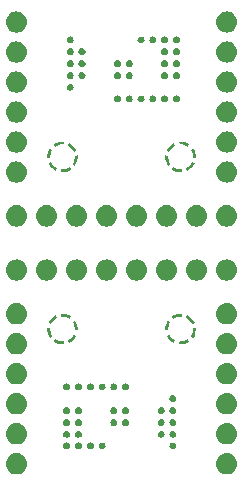
<source format=gtp>
G75*
%FSLAX44Y44*%
%MOMM*%

G36*
X-40500Y171900D2*
X-40736Y173068D1*
X-41379Y174021D1*
X-42332Y174664D1*
X-43500Y174900D1*
X-44668Y174664D1*
X-45621Y174021D1*
X-46264Y173068D1*
X-46500Y171900D1*
X-46264Y170732D1*
X-45621Y169779D1*
X-44668Y169136D1*
X-43500Y168900D1*
X-42332Y169136D1*
X-41379Y169779D1*
X-40736Y170732D1*
X-40500Y171900D1*
G37*

G36*
X-40500Y161900D2*
X-40736Y163068D1*
X-41379Y164021D1*
X-42332Y164664D1*
X-43500Y164900D1*
X-44668Y164664D1*
X-45621Y164021D1*
X-46264Y163068D1*
X-46500Y161900D1*
X-46264Y160732D1*
X-45621Y159779D1*
X-44668Y159136D1*
X-43500Y158900D1*
X-42332Y159136D1*
X-41379Y159779D1*
X-40736Y160732D1*
X-40500Y161900D1*
G37*

G36*
X-40500Y151900D2*
X-40736Y153068D1*
X-41379Y154021D1*
X-42332Y154664D1*
X-43500Y154900D1*
X-44668Y154664D1*
X-45621Y154021D1*
X-46264Y153068D1*
X-46500Y151900D1*
X-46264Y150732D1*
X-45621Y149779D1*
X-44668Y149136D1*
X-43500Y148900D1*
X-42332Y149136D1*
X-41379Y149779D1*
X-40736Y150732D1*
X-40500Y151900D1*
G37*

G36*
X-40500Y141900D2*
X-40736Y143068D1*
X-41379Y144021D1*
X-42332Y144664D1*
X-43500Y144900D1*
X-44668Y144664D1*
X-45621Y144021D1*
X-46264Y143068D1*
X-46500Y141900D1*
X-46264Y140732D1*
X-45621Y139779D1*
X-44668Y139136D1*
X-43500Y138900D1*
X-42332Y139136D1*
X-41379Y139779D1*
X-40736Y140732D1*
X-40500Y141900D1*
G37*

G36*
X-40500Y131900D2*
X-40736Y133068D1*
X-41379Y134021D1*
X-42332Y134664D1*
X-43500Y134900D1*
X-44668Y134664D1*
X-45621Y134021D1*
X-46264Y133068D1*
X-46500Y131900D1*
X-46264Y130732D1*
X-45621Y129779D1*
X-44668Y129136D1*
X-43500Y128900D1*
X-42332Y129136D1*
X-41379Y129779D1*
X-40736Y130732D1*
X-40500Y131900D1*
G37*

G36*
X-30500Y161900D2*
X-30736Y163068D1*
X-31379Y164021D1*
X-32332Y164664D1*
X-33500Y164900D1*
X-34668Y164664D1*
X-35621Y164021D1*
X-36264Y163068D1*
X-36500Y161900D1*
X-36264Y160732D1*
X-35621Y159779D1*
X-34668Y159136D1*
X-33500Y158900D1*
X-32332Y159136D1*
X-31379Y159779D1*
X-30736Y160732D1*
X-30500Y161900D1*
G37*

G36*
X-30500Y151900D2*
X-30736Y153068D1*
X-31379Y154021D1*
X-32332Y154664D1*
X-33500Y154900D1*
X-34668Y154664D1*
X-35621Y154021D1*
X-36264Y153068D1*
X-36500Y151900D1*
X-36264Y150732D1*
X-35621Y149779D1*
X-34668Y149136D1*
X-33500Y148900D1*
X-32332Y149136D1*
X-31379Y149779D1*
X-30736Y150732D1*
X-30500Y151900D1*
G37*

G36*
X-30500Y141900D2*
X-30736Y143068D1*
X-31379Y144021D1*
X-32332Y144664D1*
X-33500Y144900D1*
X-34668Y144664D1*
X-35621Y144021D1*
X-36264Y143068D1*
X-36500Y141900D1*
X-36264Y140732D1*
X-35621Y139779D1*
X-34668Y139136D1*
X-33500Y138900D1*
X-32332Y139136D1*
X-31379Y139779D1*
X-30736Y140732D1*
X-30500Y141900D1*
G37*

G36*
X-500Y121900D2*
X-736Y123068D1*
X-1379Y124021D1*
X-2332Y124664D1*
X-3500Y124900D1*
X-4668Y124664D1*
X-5621Y124021D1*
X-6264Y123068D1*
X-6500Y121900D1*
X-6264Y120732D1*
X-5621Y119779D1*
X-4668Y119136D1*
X-3500Y118900D1*
X-2332Y119136D1*
X-1379Y119779D1*
X-736Y120732D1*
X-500Y121900D1*
G37*

G36*
X9500Y121900D2*
X9264Y123068D1*
X8621Y124021D1*
X7668Y124664D1*
X6500Y124900D1*
X5332Y124664D1*
X4379Y124021D1*
X3736Y123068D1*
X3500Y121900D1*
X3736Y120732D1*
X4379Y119779D1*
X5332Y119136D1*
X6500Y118900D1*
X7668Y119136D1*
X8621Y119779D1*
X9264Y120732D1*
X9500Y121900D1*
G37*

G36*
X19500Y121900D2*
X19264Y123068D1*
X18621Y124021D1*
X17668Y124664D1*
X16500Y124900D1*
X15332Y124664D1*
X14379Y124021D1*
X13736Y123068D1*
X13500Y121900D1*
X13736Y120732D1*
X14379Y119779D1*
X15332Y119136D1*
X16500Y118900D1*
X17668Y119136D1*
X18621Y119779D1*
X19264Y120732D1*
X19500Y121900D1*
G37*

G36*
X29500Y121900D2*
X29264Y123068D1*
X28621Y124021D1*
X27668Y124664D1*
X26500Y124900D1*
X25332Y124664D1*
X24379Y124021D1*
X23736Y123068D1*
X23500Y121900D1*
X23736Y120732D1*
X24379Y119779D1*
X25332Y119136D1*
X26500Y118900D1*
X27668Y119136D1*
X28621Y119779D1*
X29264Y120732D1*
X29500Y121900D1*
G37*

G36*
X39500Y121900D2*
X39264Y123068D1*
X38621Y124021D1*
X37668Y124664D1*
X36500Y124900D1*
X35332Y124664D1*
X34379Y124021D1*
X33736Y123068D1*
X33500Y121900D1*
X33736Y120732D1*
X34379Y119779D1*
X35332Y119136D1*
X36500Y118900D1*
X37668Y119136D1*
X38621Y119779D1*
X39264Y120732D1*
X39500Y121900D1*
G37*

G36*
X49500Y121900D2*
X49264Y123068D1*
X48621Y124021D1*
X47668Y124664D1*
X46500Y124900D1*
X45332Y124664D1*
X44379Y124021D1*
X43736Y123068D1*
X43500Y121900D1*
X43736Y120732D1*
X44379Y119779D1*
X45332Y119136D1*
X46500Y118900D1*
X47668Y119136D1*
X48621Y119779D1*
X49264Y120732D1*
X49500Y121900D1*
G37*

G36*
X49500Y141900D2*
X49264Y143068D1*
X48621Y144021D1*
X47668Y144664D1*
X46500Y144900D1*
X45332Y144664D1*
X44379Y144021D1*
X43736Y143068D1*
X43500Y141900D1*
X43736Y140732D1*
X44379Y139779D1*
X45332Y139136D1*
X46500Y138900D1*
X47668Y139136D1*
X48621Y139779D1*
X49264Y140732D1*
X49500Y141900D1*
G37*

G36*
X49500Y151900D2*
X49264Y153068D1*
X48621Y154021D1*
X47668Y154664D1*
X46500Y154900D1*
X45332Y154664D1*
X44379Y154021D1*
X43736Y153068D1*
X43500Y151900D1*
X43736Y150732D1*
X44379Y149779D1*
X45332Y149136D1*
X46500Y148900D1*
X47668Y149136D1*
X48621Y149779D1*
X49264Y150732D1*
X49500Y151900D1*
G37*

G36*
X49500Y161900D2*
X49264Y163068D1*
X48621Y164021D1*
X47668Y164664D1*
X46500Y164900D1*
X45332Y164664D1*
X44379Y164021D1*
X43736Y163068D1*
X43500Y161900D1*
X43736Y160732D1*
X44379Y159779D1*
X45332Y159136D1*
X46500Y158900D1*
X47668Y159136D1*
X48621Y159779D1*
X49264Y160732D1*
X49500Y161900D1*
G37*

G36*
X49500Y171900D2*
X49264Y173068D1*
X48621Y174021D1*
X47668Y174664D1*
X46500Y174900D1*
X45332Y174664D1*
X44379Y174021D1*
X43736Y173068D1*
X43500Y171900D1*
X43736Y170732D1*
X44379Y169779D1*
X45332Y169136D1*
X46500Y168900D1*
X47668Y169136D1*
X48621Y169779D1*
X49264Y170732D1*
X49500Y171900D1*
G37*

G36*
X39500Y141900D2*
X39264Y143068D1*
X38621Y144021D1*
X37668Y144664D1*
X36500Y144900D1*
X35332Y144664D1*
X34379Y144021D1*
X33736Y143068D1*
X33500Y141900D1*
X33736Y140732D1*
X34379Y139779D1*
X35332Y139136D1*
X36500Y138900D1*
X37668Y139136D1*
X38621Y139779D1*
X39264Y140732D1*
X39500Y141900D1*
G37*

G36*
X39500Y151900D2*
X39264Y153068D1*
X38621Y154021D1*
X37668Y154664D1*
X36500Y154900D1*
X35332Y154664D1*
X34379Y154021D1*
X33736Y153068D1*
X33500Y151900D1*
X33736Y150732D1*
X34379Y149779D1*
X35332Y149136D1*
X36500Y148900D1*
X37668Y149136D1*
X38621Y149779D1*
X39264Y150732D1*
X39500Y151900D1*
G37*

G36*
X39500Y161900D2*
X39264Y163068D1*
X38621Y164021D1*
X37668Y164664D1*
X36500Y164900D1*
X35332Y164664D1*
X34379Y164021D1*
X33736Y163068D1*
X33500Y161900D1*
X33736Y160732D1*
X34379Y159779D1*
X35332Y159136D1*
X36500Y158900D1*
X37668Y159136D1*
X38621Y159779D1*
X39264Y160732D1*
X39500Y161900D1*
G37*

G36*
X39500Y171900D2*
X39264Y173068D1*
X38621Y174021D1*
X37668Y174664D1*
X36500Y174900D1*
X35332Y174664D1*
X34379Y174021D1*
X33736Y173068D1*
X33500Y171900D1*
X33736Y170732D1*
X34379Y169779D1*
X35332Y169136D1*
X36500Y168900D1*
X37668Y169136D1*
X38621Y169779D1*
X39264Y170732D1*
X39500Y171900D1*
G37*

G36*
X29500Y171900D2*
X29264Y173068D1*
X28621Y174021D1*
X27668Y174664D1*
X26500Y174900D1*
X25332Y174664D1*
X24379Y174021D1*
X23736Y173068D1*
X23500Y171900D1*
X23736Y170732D1*
X24379Y169779D1*
X25332Y169136D1*
X26500Y168900D1*
X27668Y169136D1*
X28621Y169779D1*
X29264Y170732D1*
X29500Y171900D1*
G37*

G36*
X19500Y171900D2*
X19264Y173068D1*
X18621Y174021D1*
X17668Y174664D1*
X16500Y174900D1*
X15332Y174664D1*
X14379Y174021D1*
X13736Y173068D1*
X13500Y171900D1*
X13736Y170732D1*
X14379Y169779D1*
X15332Y169136D1*
X16500Y168900D1*
X17668Y169136D1*
X18621Y169779D1*
X19264Y170732D1*
X19500Y171900D1*
G37*

G36*
X9500Y151900D2*
X9264Y153068D1*
X8621Y154021D1*
X7668Y154664D1*
X6500Y154900D1*
X5332Y154664D1*
X4379Y154021D1*
X3736Y153068D1*
X3500Y151900D1*
X3736Y150732D1*
X4379Y149779D1*
X5332Y149136D1*
X6500Y148900D1*
X7668Y149136D1*
X8621Y149779D1*
X9264Y150732D1*
X9500Y151900D1*
G37*

G36*
X9500Y141900D2*
X9264Y143068D1*
X8621Y144021D1*
X7668Y144664D1*
X6500Y144900D1*
X5332Y144664D1*
X4379Y144021D1*
X3736Y143068D1*
X3500Y141900D1*
X3736Y140732D1*
X4379Y139779D1*
X5332Y139136D1*
X6500Y138900D1*
X7668Y139136D1*
X8621Y139779D1*
X9264Y140732D1*
X9500Y141900D1*
G37*

G36*
X-500Y151900D2*
X-736Y153068D1*
X-1379Y154021D1*
X-2332Y154664D1*
X-3500Y154900D1*
X-4668Y154664D1*
X-5621Y154021D1*
X-6264Y153068D1*
X-6500Y151900D1*
X-6264Y150732D1*
X-5621Y149779D1*
X-4668Y149136D1*
X-3500Y148900D1*
X-2332Y149136D1*
X-1379Y149779D1*
X-736Y150732D1*
X-500Y151900D1*
G37*

G36*
X-500Y141900D2*
X-736Y143068D1*
X-1379Y144021D1*
X-2332Y144664D1*
X-3500Y144900D1*
X-4668Y144664D1*
X-5621Y144021D1*
X-6264Y143068D1*
X-6500Y141900D1*
X-6264Y140732D1*
X-5621Y139779D1*
X-4668Y139136D1*
X-3500Y138900D1*
X-2332Y139136D1*
X-1379Y139779D1*
X-736Y140732D1*
X-500Y141900D1*
G37*

G36*
X-89000Y178000D2*
X-87186Y178183D1*
X-85497Y178707D1*
X-83968Y179537D1*
X-82636Y180636D1*
X-81537Y181968D1*
X-80707Y183497D1*
X-80183Y185186D1*
X-80000Y187000D1*
X-80183Y188814D1*
X-80707Y190503D1*
X-81537Y192032D1*
X-82636Y193364D1*
X-83968Y194463D1*
X-85497Y195293D1*
X-87186Y195817D1*
X-89000Y196000D1*
X-90814Y195817D1*
X-92503Y195293D1*
X-94032Y194463D1*
X-95364Y193364D1*
X-96463Y192032D1*
X-97293Y190503D1*
X-97817Y188814D1*
X-98000Y187000D1*
X-97817Y185186D1*
X-97293Y183497D1*
X-96463Y181968D1*
X-95364Y180636D1*
X-94032Y179537D1*
X-92503Y178707D1*
X-90814Y178183D1*
X-89000Y178000D1*
G37*

G36*
X-89000Y152600D2*
X-87186Y152783D1*
X-85497Y153307D1*
X-83968Y154137D1*
X-82636Y155236D1*
X-81537Y156568D1*
X-80707Y158097D1*
X-80183Y159786D1*
X-80000Y161600D1*
X-80183Y163414D1*
X-80707Y165103D1*
X-81537Y166632D1*
X-82636Y167964D1*
X-83968Y169063D1*
X-85497Y169893D1*
X-87186Y170417D1*
X-89000Y170600D1*
X-90814Y170417D1*
X-92503Y169893D1*
X-94032Y169063D1*
X-95364Y167964D1*
X-96463Y166632D1*
X-97293Y165103D1*
X-97817Y163414D1*
X-98000Y161600D1*
X-97817Y159786D1*
X-97293Y158097D1*
X-96463Y156568D1*
X-95364Y155236D1*
X-94032Y154137D1*
X-92503Y153307D1*
X-90814Y152783D1*
X-89000Y152600D1*
G37*

G36*
X-89000Y127200D2*
X-87186Y127383D1*
X-85497Y127907D1*
X-83968Y128737D1*
X-82636Y129836D1*
X-81537Y131168D1*
X-80707Y132697D1*
X-80183Y134386D1*
X-80000Y136200D1*
X-80183Y138014D1*
X-80707Y139703D1*
X-81537Y141232D1*
X-82636Y142564D1*
X-83968Y143663D1*
X-85497Y144493D1*
X-87186Y145017D1*
X-89000Y145200D1*
X-90814Y145017D1*
X-92503Y144493D1*
X-94032Y143663D1*
X-95364Y142564D1*
X-96463Y141232D1*
X-97293Y139703D1*
X-97817Y138014D1*
X-98000Y136200D1*
X-97817Y134386D1*
X-97293Y132697D1*
X-96463Y131168D1*
X-95364Y129836D1*
X-94032Y128737D1*
X-92503Y127907D1*
X-90814Y127383D1*
X-89000Y127200D1*
G37*

G36*
X-89000Y101800D2*
X-87186Y101983D1*
X-85497Y102507D1*
X-83968Y103337D1*
X-82636Y104436D1*
X-81537Y105768D1*
X-80707Y107297D1*
X-80183Y108986D1*
X-80000Y110800D1*
X-80183Y112614D1*
X-80707Y114303D1*
X-81537Y115832D1*
X-82636Y117164D1*
X-83968Y118263D1*
X-85497Y119093D1*
X-87186Y119617D1*
X-89000Y119800D1*
X-90814Y119617D1*
X-92503Y119093D1*
X-94032Y118263D1*
X-95364Y117164D1*
X-96463Y115832D1*
X-97293Y114303D1*
X-97817Y112614D1*
X-98000Y110800D1*
X-97817Y108986D1*
X-97293Y107297D1*
X-96463Y105768D1*
X-95364Y104436D1*
X-94032Y103337D1*
X-92503Y102507D1*
X-90814Y101983D1*
X-89000Y101800D1*
G37*

G36*
X-89000Y76400D2*
X-87186Y76583D1*
X-85497Y77107D1*
X-83968Y77937D1*
X-82636Y79036D1*
X-81537Y80368D1*
X-80707Y81897D1*
X-80183Y83586D1*
X-80000Y85400D1*
X-80183Y87214D1*
X-80707Y88903D1*
X-81537Y90432D1*
X-82636Y91764D1*
X-83968Y92863D1*
X-85497Y93693D1*
X-87186Y94217D1*
X-89000Y94400D1*
X-90814Y94217D1*
X-92503Y93693D1*
X-94032Y92863D1*
X-95364Y91764D1*
X-96463Y90432D1*
X-97293Y88903D1*
X-97817Y87214D1*
X-98000Y85400D1*
X-97817Y83586D1*
X-97293Y81897D1*
X-96463Y80368D1*
X-95364Y79036D1*
X-94032Y77937D1*
X-92503Y77107D1*
X-90814Y76583D1*
X-89000Y76400D1*
G37*

G36*
X-89000Y51000D2*
X-87186Y51183D1*
X-85497Y51707D1*
X-83968Y52537D1*
X-82636Y53636D1*
X-81537Y54968D1*
X-80707Y56497D1*
X-80183Y58186D1*
X-80000Y60000D1*
X-80183Y61814D1*
X-80707Y63503D1*
X-81537Y65032D1*
X-82636Y66364D1*
X-83968Y67463D1*
X-85497Y68293D1*
X-87186Y68817D1*
X-89000Y69000D1*
X-90814Y68817D1*
X-92503Y68293D1*
X-94032Y67463D1*
X-95364Y66364D1*
X-96463Y65032D1*
X-97293Y63503D1*
X-97817Y61814D1*
X-98000Y60000D1*
X-97817Y58186D1*
X-97293Y56497D1*
X-96463Y54968D1*
X-95364Y53636D1*
X-94032Y52537D1*
X-92503Y51707D1*
X-90814Y51183D1*
X-89000Y51000D1*
G37*

G36*
X-79900Y22900D2*
X-80083Y24714D1*
X-80607Y26403D1*
X-81437Y27932D1*
X-82536Y29264D1*
X-83868Y30363D1*
X-85397Y31193D1*
X-87086Y31717D1*
X-88900Y31900D1*
X-90714Y31717D1*
X-92403Y31193D1*
X-93932Y30363D1*
X-95264Y29264D1*
X-96363Y27932D1*
X-97193Y26403D1*
X-97717Y24714D1*
X-97900Y22900D1*
X-97717Y21086D1*
X-97193Y19397D1*
X-96363Y17868D1*
X-95264Y16536D1*
X-93932Y15437D1*
X-92403Y14607D1*
X-90714Y14083D1*
X-88900Y13900D1*
X-87086Y14083D1*
X-85397Y14607D1*
X-83868Y15437D1*
X-82536Y16536D1*
X-81437Y17868D1*
X-80607Y19397D1*
X-80083Y21086D1*
X-79900Y22900D1*
G37*

G36*
X-54500Y22900D2*
X-54683Y24714D1*
X-55207Y26403D1*
X-56037Y27932D1*
X-57136Y29264D1*
X-58468Y30363D1*
X-59997Y31193D1*
X-61686Y31717D1*
X-63500Y31900D1*
X-65314Y31717D1*
X-67003Y31193D1*
X-68532Y30363D1*
X-69864Y29264D1*
X-70963Y27932D1*
X-71793Y26403D1*
X-72317Y24714D1*
X-72500Y22900D1*
X-72317Y21086D1*
X-71793Y19397D1*
X-70963Y17868D1*
X-69864Y16536D1*
X-68532Y15437D1*
X-67003Y14607D1*
X-65314Y14083D1*
X-63500Y13900D1*
X-61686Y14083D1*
X-59997Y14607D1*
X-58468Y15437D1*
X-57136Y16536D1*
X-56037Y17868D1*
X-55207Y19397D1*
X-54683Y21086D1*
X-54500Y22900D1*
G37*

G36*
X-29100Y22900D2*
X-29283Y24714D1*
X-29807Y26403D1*
X-30637Y27932D1*
X-31736Y29264D1*
X-33068Y30363D1*
X-34597Y31193D1*
X-36286Y31717D1*
X-38100Y31900D1*
X-39914Y31717D1*
X-41603Y31193D1*
X-43132Y30363D1*
X-44464Y29264D1*
X-45563Y27932D1*
X-46393Y26403D1*
X-46917Y24714D1*
X-47100Y22900D1*
X-46917Y21086D1*
X-46393Y19397D1*
X-45563Y17868D1*
X-44464Y16536D1*
X-43132Y15437D1*
X-41603Y14607D1*
X-39914Y14083D1*
X-38100Y13900D1*
X-36286Y14083D1*
X-34597Y14607D1*
X-33068Y15437D1*
X-31736Y16536D1*
X-30637Y17868D1*
X-29807Y19397D1*
X-29283Y21086D1*
X-29100Y22900D1*
G37*

G36*
X-3700Y22900D2*
X-3883Y24714D1*
X-4407Y26403D1*
X-5237Y27932D1*
X-6336Y29264D1*
X-7668Y30363D1*
X-9197Y31193D1*
X-10886Y31717D1*
X-12700Y31900D1*
X-14514Y31717D1*
X-16203Y31193D1*
X-17732Y30363D1*
X-19064Y29264D1*
X-20163Y27932D1*
X-20993Y26403D1*
X-21517Y24714D1*
X-21700Y22900D1*
X-21517Y21086D1*
X-20993Y19397D1*
X-20163Y17868D1*
X-19064Y16536D1*
X-17732Y15437D1*
X-16203Y14607D1*
X-14514Y14083D1*
X-12700Y13900D1*
X-10886Y14083D1*
X-9197Y14607D1*
X-7668Y15437D1*
X-6336Y16536D1*
X-5237Y17868D1*
X-4407Y19397D1*
X-3883Y21086D1*
X-3700Y22900D1*
G37*

G36*
X21700Y22900D2*
X21517Y24714D1*
X20993Y26403D1*
X20163Y27932D1*
X19064Y29264D1*
X17732Y30363D1*
X16203Y31193D1*
X14514Y31717D1*
X12700Y31900D1*
X10886Y31717D1*
X9197Y31193D1*
X7668Y30363D1*
X6336Y29264D1*
X5237Y27932D1*
X4407Y26403D1*
X3883Y24714D1*
X3700Y22900D1*
X3883Y21086D1*
X4407Y19397D1*
X5237Y17868D1*
X6336Y16536D1*
X7668Y15437D1*
X9197Y14607D1*
X10886Y14083D1*
X12700Y13900D1*
X14514Y14083D1*
X16203Y14607D1*
X17732Y15437D1*
X19064Y16536D1*
X20163Y17868D1*
X20993Y19397D1*
X21517Y21086D1*
X21700Y22900D1*
G37*

G36*
X47100Y22900D2*
X46917Y24714D1*
X46393Y26403D1*
X45563Y27932D1*
X44464Y29264D1*
X43132Y30363D1*
X41603Y31193D1*
X39914Y31717D1*
X38100Y31900D1*
X36286Y31717D1*
X34597Y31193D1*
X33068Y30363D1*
X31736Y29264D1*
X30637Y27932D1*
X29807Y26403D1*
X29283Y24714D1*
X29100Y22900D1*
X29283Y21086D1*
X29807Y19397D1*
X30637Y17868D1*
X31736Y16536D1*
X33068Y15437D1*
X34597Y14607D1*
X36286Y14083D1*
X38100Y13900D1*
X39914Y14083D1*
X41603Y14607D1*
X43132Y15437D1*
X44464Y16536D1*
X45563Y17868D1*
X46393Y19397D1*
X46917Y21086D1*
X47100Y22900D1*
G37*

G36*
X72500Y22900D2*
X72317Y24714D1*
X71793Y26403D1*
X70963Y27932D1*
X69864Y29264D1*
X68532Y30363D1*
X67003Y31193D1*
X65314Y31717D1*
X63500Y31900D1*
X61686Y31717D1*
X59997Y31193D1*
X58468Y30363D1*
X57136Y29264D1*
X56037Y27932D1*
X55207Y26403D1*
X54683Y24714D1*
X54500Y22900D1*
X54683Y21086D1*
X55207Y19397D1*
X56037Y17868D1*
X57136Y16536D1*
X58468Y15437D1*
X59997Y14607D1*
X61686Y14083D1*
X63500Y13900D1*
X65314Y14083D1*
X67003Y14607D1*
X68532Y15437D1*
X69864Y16536D1*
X70963Y17868D1*
X71793Y19397D1*
X72317Y21086D1*
X72500Y22900D1*
G37*

G36*
X97900Y22900D2*
X97717Y24714D1*
X97193Y26403D1*
X96363Y27932D1*
X95264Y29264D1*
X93932Y30363D1*
X92403Y31193D1*
X90714Y31717D1*
X88900Y31900D1*
X87086Y31717D1*
X85397Y31193D1*
X83868Y30363D1*
X82536Y29264D1*
X81437Y27932D1*
X80607Y26403D1*
X80083Y24714D1*
X79900Y22900D1*
X80083Y21086D1*
X80607Y19397D1*
X81437Y17868D1*
X82536Y16536D1*
X83868Y15437D1*
X85397Y14607D1*
X87086Y14083D1*
X88900Y13900D1*
X90714Y14083D1*
X92403Y14607D1*
X93932Y15437D1*
X95264Y16536D1*
X96363Y17868D1*
X97193Y19397D1*
X97717Y21086D1*
X97900Y22900D1*
G37*

G36*
X89000Y69000D2*
X87186Y68817D1*
X85497Y68293D1*
X83968Y67463D1*
X82636Y66364D1*
X81537Y65032D1*
X80707Y63503D1*
X80183Y61814D1*
X80000Y60000D1*
X80183Y58186D1*
X80707Y56497D1*
X81537Y54968D1*
X82636Y53636D1*
X83968Y52537D1*
X85497Y51707D1*
X87186Y51183D1*
X89000Y51000D1*
X90814Y51183D1*
X92503Y51707D1*
X94032Y52537D1*
X95364Y53636D1*
X96463Y54968D1*
X97293Y56497D1*
X97817Y58186D1*
X98000Y60000D1*
X97817Y61814D1*
X97293Y63503D1*
X96463Y65032D1*
X95364Y66364D1*
X94032Y67463D1*
X92503Y68293D1*
X90814Y68817D1*
X89000Y69000D1*
G37*

G36*
X89000Y94400D2*
X87186Y94217D1*
X85497Y93693D1*
X83968Y92863D1*
X82636Y91764D1*
X81537Y90432D1*
X80707Y88903D1*
X80183Y87214D1*
X80000Y85400D1*
X80183Y83586D1*
X80707Y81897D1*
X81537Y80368D1*
X82636Y79036D1*
X83968Y77937D1*
X85497Y77107D1*
X87186Y76583D1*
X89000Y76400D1*
X90814Y76583D1*
X92503Y77107D1*
X94032Y77937D1*
X95364Y79036D1*
X96463Y80368D1*
X97293Y81897D1*
X97817Y83586D1*
X98000Y85400D1*
X97817Y87214D1*
X97293Y88903D1*
X96463Y90432D1*
X95364Y91764D1*
X94032Y92863D1*
X92503Y93693D1*
X90814Y94217D1*
X89000Y94400D1*
G37*

G36*
X89000Y119800D2*
X87186Y119617D1*
X85497Y119093D1*
X83968Y118263D1*
X82636Y117164D1*
X81537Y115832D1*
X80707Y114303D1*
X80183Y112614D1*
X80000Y110800D1*
X80183Y108986D1*
X80707Y107297D1*
X81537Y105768D1*
X82636Y104436D1*
X83968Y103337D1*
X85497Y102507D1*
X87186Y101983D1*
X89000Y101800D1*
X90814Y101983D1*
X92503Y102507D1*
X94032Y103337D1*
X95364Y104436D1*
X96463Y105768D1*
X97293Y107297D1*
X97817Y108986D1*
X98000Y110800D1*
X97817Y112614D1*
X97293Y114303D1*
X96463Y115832D1*
X95364Y117164D1*
X94032Y118263D1*
X92503Y119093D1*
X90814Y119617D1*
X89000Y119800D1*
G37*

G36*
X89000Y145200D2*
X87186Y145017D1*
X85497Y144493D1*
X83968Y143663D1*
X82636Y142564D1*
X81537Y141232D1*
X80707Y139703D1*
X80183Y138014D1*
X80000Y136200D1*
X80183Y134386D1*
X80707Y132697D1*
X81537Y131168D1*
X82636Y129836D1*
X83968Y128737D1*
X85497Y127907D1*
X87186Y127383D1*
X89000Y127200D1*
X90814Y127383D1*
X92503Y127907D1*
X94032Y128737D1*
X95364Y129836D1*
X96463Y131168D1*
X97293Y132697D1*
X97817Y134386D1*
X98000Y136200D1*
X97817Y138014D1*
X97293Y139703D1*
X96463Y141232D1*
X95364Y142564D1*
X94032Y143663D1*
X92503Y144493D1*
X90814Y145017D1*
X89000Y145200D1*
G37*

G36*
X89000Y170600D2*
X87186Y170417D1*
X85497Y169893D1*
X83968Y169063D1*
X82636Y167964D1*
X81537Y166632D1*
X80707Y165103D1*
X80183Y163414D1*
X80000Y161600D1*
X80183Y159786D1*
X80707Y158097D1*
X81537Y156568D1*
X82636Y155236D1*
X83968Y154137D1*
X85497Y153307D1*
X87186Y152783D1*
X89000Y152600D1*
X90814Y152783D1*
X92503Y153307D1*
X94032Y154137D1*
X95364Y155236D1*
X96463Y156568D1*
X97293Y158097D1*
X97817Y159786D1*
X98000Y161600D1*
X97817Y163414D1*
X97293Y165103D1*
X96463Y166632D1*
X95364Y167964D1*
X94032Y169063D1*
X92503Y169893D1*
X90814Y170417D1*
X89000Y170600D1*
G37*

G36*
X89000Y196000D2*
X87186Y195817D1*
X85497Y195293D1*
X83968Y194463D1*
X82636Y193364D1*
X81537Y192032D1*
X80707Y190503D1*
X80183Y188814D1*
X80000Y187000D1*
X80183Y185186D1*
X80707Y183497D1*
X81537Y181968D1*
X82636Y180636D1*
X83968Y179537D1*
X85497Y178707D1*
X87186Y178183D1*
X89000Y178000D1*
X90814Y178183D1*
X92503Y178707D1*
X94032Y179537D1*
X95364Y180636D1*
X96463Y181968D1*
X97293Y183497D1*
X97817Y185186D1*
X98000Y187000D1*
X97817Y188814D1*
X97293Y190503D1*
X96463Y192032D1*
X95364Y193364D1*
X94032Y194463D1*
X92503Y195293D1*
X90814Y195817D1*
X89000Y196000D1*
G37*

G36*
X-40484Y77337D2*
X-38218Y78394D1*
X-39356Y80363D1*
X-40808Y82092D1*
X-42537Y83544D1*
X-44506Y84682D1*
X-45563Y82416D1*
X-43972Y81497D1*
X-42575Y80325D1*
X-41403Y78928D1*
X-40484Y77337D1*
G37*

G36*
X-49085Y83360D2*
X-48867Y85851D1*
X-51142Y85850D1*
X-53365Y85457D1*
X-55486Y84686D1*
X-57456Y83549D1*
X-56023Y81501D1*
X-54431Y82419D1*
X-52718Y83042D1*
X-50922Y83359D1*
X-49085Y83360D1*
G37*

G36*
X-58601Y78923D2*
X-60649Y80356D1*
X-61786Y78386D1*
X-62557Y76265D1*
X-62950Y74042D1*
X-62951Y71767D1*
X-60460Y71985D1*
X-60459Y73822D1*
X-60142Y75618D1*
X-59519Y77331D1*
X-58601Y78923D1*
G37*

G36*
X-59516Y68463D2*
X-61782Y67406D1*
X-60644Y65437D1*
X-59192Y63708D1*
X-57463Y62256D1*
X-55494Y61118D1*
X-54437Y63384D1*
X-56028Y64303D1*
X-57425Y65475D1*
X-58597Y66872D1*
X-59516Y68463D1*
G37*

G36*
X-50915Y62440D2*
X-51133Y59949D1*
X-48858Y59950D1*
X-46635Y60343D1*
X-44514Y61114D1*
X-42544Y62251D1*
X-43977Y64299D1*
X-45569Y63381D1*
X-47282Y62758D1*
X-49078Y62441D1*
X-50915Y62440D1*
G37*

G36*
X-41399Y66877D2*
X-39351Y65444D1*
X-38214Y67414D1*
X-37443Y69535D1*
X-37050Y71758D1*
X-37049Y74033D1*
X-39540Y73815D1*
X-39541Y71978D1*
X-39858Y70182D1*
X-40481Y68469D1*
X-41399Y66877D1*
G37*

G36*
X54437Y63384D2*
X55494Y61118D1*
X57463Y62256D1*
X59192Y63708D1*
X60644Y65437D1*
X61782Y67406D1*
X59516Y68463D1*
X58597Y66872D1*
X57425Y65475D1*
X56028Y64303D1*
X54437Y63384D1*
G37*

G36*
X60460Y71985D2*
X62951Y71767D1*
X62950Y74042D1*
X62557Y76265D1*
X61786Y78386D1*
X60649Y80356D1*
X58601Y78923D1*
X59519Y77331D1*
X60142Y75618D1*
X60459Y73822D1*
X60460Y71985D1*
G37*

G36*
X56023Y81501D2*
X57456Y83549D1*
X55486Y84686D1*
X53365Y85457D1*
X51142Y85850D1*
X48867Y85851D1*
X49085Y83360D1*
X50922Y83359D1*
X52718Y83042D1*
X54431Y82419D1*
X56023Y81501D1*
G37*

G36*
X45563Y82416D2*
X44506Y84682D1*
X42537Y83544D1*
X40808Y82092D1*
X39356Y80363D1*
X38218Y78394D1*
X40484Y77337D1*
X41403Y78928D1*
X42575Y80325D1*
X43972Y81497D1*
X45563Y82416D1*
G37*

G36*
X39540Y73815D2*
X37049Y74033D1*
X37050Y71758D1*
X37443Y69535D1*
X38214Y67414D1*
X39351Y65444D1*
X41399Y66877D1*
X40481Y68469D1*
X39858Y70182D1*
X39541Y71978D1*
X39540Y73815D1*
G37*

G36*
X43977Y64299D2*
X42544Y62251D1*
X44514Y61114D1*
X46635Y60343D1*
X48858Y59950D1*
X51133Y59949D1*
X50915Y62440D1*
X49078Y62441D1*
X47282Y62758D1*
X45569Y63381D1*
X43977Y64299D1*
G37*

G36*
X40500Y-171900D2*
X40736Y-173068D1*
X41379Y-174021D1*
X42332Y-174664D1*
X43500Y-174900D1*
X44668Y-174664D1*
X45621Y-174021D1*
X46264Y-173068D1*
X46500Y-171900D1*
X46264Y-170732D1*
X45621Y-169779D1*
X44668Y-169136D1*
X43500Y-168900D1*
X42332Y-169136D1*
X41379Y-169779D1*
X40736Y-170732D1*
X40500Y-171900D1*
G37*

G36*
X40500Y-161900D2*
X40736Y-163068D1*
X41379Y-164021D1*
X42332Y-164664D1*
X43500Y-164900D1*
X44668Y-164664D1*
X45621Y-164021D1*
X46264Y-163068D1*
X46500Y-161900D1*
X46264Y-160732D1*
X45621Y-159779D1*
X44668Y-159136D1*
X43500Y-158900D1*
X42332Y-159136D1*
X41379Y-159779D1*
X40736Y-160732D1*
X40500Y-161900D1*
G37*

G36*
X40500Y-151900D2*
X40736Y-153068D1*
X41379Y-154021D1*
X42332Y-154664D1*
X43500Y-154900D1*
X44668Y-154664D1*
X45621Y-154021D1*
X46264Y-153068D1*
X46500Y-151900D1*
X46264Y-150732D1*
X45621Y-149779D1*
X44668Y-149136D1*
X43500Y-148900D1*
X42332Y-149136D1*
X41379Y-149779D1*
X40736Y-150732D1*
X40500Y-151900D1*
G37*

G36*
X40500Y-141900D2*
X40736Y-143068D1*
X41379Y-144021D1*
X42332Y-144664D1*
X43500Y-144900D1*
X44668Y-144664D1*
X45621Y-144021D1*
X46264Y-143068D1*
X46500Y-141900D1*
X46264Y-140732D1*
X45621Y-139779D1*
X44668Y-139136D1*
X43500Y-138900D1*
X42332Y-139136D1*
X41379Y-139779D1*
X40736Y-140732D1*
X40500Y-141900D1*
G37*

G36*
X40500Y-131900D2*
X40736Y-133068D1*
X41379Y-134021D1*
X42332Y-134664D1*
X43500Y-134900D1*
X44668Y-134664D1*
X45621Y-134021D1*
X46264Y-133068D1*
X46500Y-131900D1*
X46264Y-130732D1*
X45621Y-129779D1*
X44668Y-129136D1*
X43500Y-128900D1*
X42332Y-129136D1*
X41379Y-129779D1*
X40736Y-130732D1*
X40500Y-131900D1*
G37*

G36*
X30500Y-161900D2*
X30736Y-163068D1*
X31379Y-164021D1*
X32332Y-164664D1*
X33500Y-164900D1*
X34668Y-164664D1*
X35621Y-164021D1*
X36264Y-163068D1*
X36500Y-161900D1*
X36264Y-160732D1*
X35621Y-159779D1*
X34668Y-159136D1*
X33500Y-158900D1*
X32332Y-159136D1*
X31379Y-159779D1*
X30736Y-160732D1*
X30500Y-161900D1*
G37*

G36*
X30500Y-151900D2*
X30736Y-153068D1*
X31379Y-154021D1*
X32332Y-154664D1*
X33500Y-154900D1*
X34668Y-154664D1*
X35621Y-154021D1*
X36264Y-153068D1*
X36500Y-151900D1*
X36264Y-150732D1*
X35621Y-149779D1*
X34668Y-149136D1*
X33500Y-148900D1*
X32332Y-149136D1*
X31379Y-149779D1*
X30736Y-150732D1*
X30500Y-151900D1*
G37*

G36*
X30500Y-141900D2*
X30736Y-143068D1*
X31379Y-144021D1*
X32332Y-144664D1*
X33500Y-144900D1*
X34668Y-144664D1*
X35621Y-144021D1*
X36264Y-143068D1*
X36500Y-141900D1*
X36264Y-140732D1*
X35621Y-139779D1*
X34668Y-139136D1*
X33500Y-138900D1*
X32332Y-139136D1*
X31379Y-139779D1*
X30736Y-140732D1*
X30500Y-141900D1*
G37*

G36*
X500Y-121900D2*
X736Y-123068D1*
X1379Y-124021D1*
X2332Y-124664D1*
X3500Y-124900D1*
X4668Y-124664D1*
X5621Y-124021D1*
X6264Y-123068D1*
X6500Y-121900D1*
X6264Y-120732D1*
X5621Y-119779D1*
X4668Y-119136D1*
X3500Y-118900D1*
X2332Y-119136D1*
X1379Y-119779D1*
X736Y-120732D1*
X500Y-121900D1*
G37*

G36*
X-9500Y-121900D2*
X-9264Y-123068D1*
X-8621Y-124021D1*
X-7668Y-124664D1*
X-6500Y-124900D1*
X-5332Y-124664D1*
X-4379Y-124021D1*
X-3736Y-123068D1*
X-3500Y-121900D1*
X-3736Y-120732D1*
X-4379Y-119779D1*
X-5332Y-119136D1*
X-6500Y-118900D1*
X-7668Y-119136D1*
X-8621Y-119779D1*
X-9264Y-120732D1*
X-9500Y-121900D1*
G37*

G36*
X-19500Y-121900D2*
X-19264Y-123068D1*
X-18621Y-124021D1*
X-17668Y-124664D1*
X-16500Y-124900D1*
X-15332Y-124664D1*
X-14379Y-124021D1*
X-13736Y-123068D1*
X-13500Y-121900D1*
X-13736Y-120732D1*
X-14379Y-119779D1*
X-15332Y-119136D1*
X-16500Y-118900D1*
X-17668Y-119136D1*
X-18621Y-119779D1*
X-19264Y-120732D1*
X-19500Y-121900D1*
G37*

G36*
X-29500Y-121900D2*
X-29264Y-123068D1*
X-28621Y-124021D1*
X-27668Y-124664D1*
X-26500Y-124900D1*
X-25332Y-124664D1*
X-24379Y-124021D1*
X-23736Y-123068D1*
X-23500Y-121900D1*
X-23736Y-120732D1*
X-24379Y-119779D1*
X-25332Y-119136D1*
X-26500Y-118900D1*
X-27668Y-119136D1*
X-28621Y-119779D1*
X-29264Y-120732D1*
X-29500Y-121900D1*
G37*

G36*
X-39500Y-121900D2*
X-39264Y-123068D1*
X-38621Y-124021D1*
X-37668Y-124664D1*
X-36500Y-124900D1*
X-35332Y-124664D1*
X-34379Y-124021D1*
X-33736Y-123068D1*
X-33500Y-121900D1*
X-33736Y-120732D1*
X-34379Y-119779D1*
X-35332Y-119136D1*
X-36500Y-118900D1*
X-37668Y-119136D1*
X-38621Y-119779D1*
X-39264Y-120732D1*
X-39500Y-121900D1*
G37*

G36*
X-49500Y-121900D2*
X-49264Y-123068D1*
X-48621Y-124021D1*
X-47668Y-124664D1*
X-46500Y-124900D1*
X-45332Y-124664D1*
X-44379Y-124021D1*
X-43736Y-123068D1*
X-43500Y-121900D1*
X-43736Y-120732D1*
X-44379Y-119779D1*
X-45332Y-119136D1*
X-46500Y-118900D1*
X-47668Y-119136D1*
X-48621Y-119779D1*
X-49264Y-120732D1*
X-49500Y-121900D1*
G37*

G36*
X-49500Y-141900D2*
X-49264Y-143068D1*
X-48621Y-144021D1*
X-47668Y-144664D1*
X-46500Y-144900D1*
X-45332Y-144664D1*
X-44379Y-144021D1*
X-43736Y-143068D1*
X-43500Y-141900D1*
X-43736Y-140732D1*
X-44379Y-139779D1*
X-45332Y-139136D1*
X-46500Y-138900D1*
X-47668Y-139136D1*
X-48621Y-139779D1*
X-49264Y-140732D1*
X-49500Y-141900D1*
G37*

G36*
X-49500Y-151900D2*
X-49264Y-153068D1*
X-48621Y-154021D1*
X-47668Y-154664D1*
X-46500Y-154900D1*
X-45332Y-154664D1*
X-44379Y-154021D1*
X-43736Y-153068D1*
X-43500Y-151900D1*
X-43736Y-150732D1*
X-44379Y-149779D1*
X-45332Y-149136D1*
X-46500Y-148900D1*
X-47668Y-149136D1*
X-48621Y-149779D1*
X-49264Y-150732D1*
X-49500Y-151900D1*
G37*

G36*
X-49500Y-161900D2*
X-49264Y-163068D1*
X-48621Y-164021D1*
X-47668Y-164664D1*
X-46500Y-164900D1*
X-45332Y-164664D1*
X-44379Y-164021D1*
X-43736Y-163068D1*
X-43500Y-161900D1*
X-43736Y-160732D1*
X-44379Y-159779D1*
X-45332Y-159136D1*
X-46500Y-158900D1*
X-47668Y-159136D1*
X-48621Y-159779D1*
X-49264Y-160732D1*
X-49500Y-161900D1*
G37*

G36*
X-49500Y-171900D2*
X-49264Y-173068D1*
X-48621Y-174021D1*
X-47668Y-174664D1*
X-46500Y-174900D1*
X-45332Y-174664D1*
X-44379Y-174021D1*
X-43736Y-173068D1*
X-43500Y-171900D1*
X-43736Y-170732D1*
X-44379Y-169779D1*
X-45332Y-169136D1*
X-46500Y-168900D1*
X-47668Y-169136D1*
X-48621Y-169779D1*
X-49264Y-170732D1*
X-49500Y-171900D1*
G37*

G36*
X-39500Y-141900D2*
X-39264Y-143068D1*
X-38621Y-144021D1*
X-37668Y-144664D1*
X-36500Y-144900D1*
X-35332Y-144664D1*
X-34379Y-144021D1*
X-33736Y-143068D1*
X-33500Y-141900D1*
X-33736Y-140732D1*
X-34379Y-139779D1*
X-35332Y-139136D1*
X-36500Y-138900D1*
X-37668Y-139136D1*
X-38621Y-139779D1*
X-39264Y-140732D1*
X-39500Y-141900D1*
G37*

G36*
X-39500Y-151900D2*
X-39264Y-153068D1*
X-38621Y-154021D1*
X-37668Y-154664D1*
X-36500Y-154900D1*
X-35332Y-154664D1*
X-34379Y-154021D1*
X-33736Y-153068D1*
X-33500Y-151900D1*
X-33736Y-150732D1*
X-34379Y-149779D1*
X-35332Y-149136D1*
X-36500Y-148900D1*
X-37668Y-149136D1*
X-38621Y-149779D1*
X-39264Y-150732D1*
X-39500Y-151900D1*
G37*

G36*
X-39500Y-161900D2*
X-39264Y-163068D1*
X-38621Y-164021D1*
X-37668Y-164664D1*
X-36500Y-164900D1*
X-35332Y-164664D1*
X-34379Y-164021D1*
X-33736Y-163068D1*
X-33500Y-161900D1*
X-33736Y-160732D1*
X-34379Y-159779D1*
X-35332Y-159136D1*
X-36500Y-158900D1*
X-37668Y-159136D1*
X-38621Y-159779D1*
X-39264Y-160732D1*
X-39500Y-161900D1*
G37*

G36*
X-39500Y-171900D2*
X-39264Y-173068D1*
X-38621Y-174021D1*
X-37668Y-174664D1*
X-36500Y-174900D1*
X-35332Y-174664D1*
X-34379Y-174021D1*
X-33736Y-173068D1*
X-33500Y-171900D1*
X-33736Y-170732D1*
X-34379Y-169779D1*
X-35332Y-169136D1*
X-36500Y-168900D1*
X-37668Y-169136D1*
X-38621Y-169779D1*
X-39264Y-170732D1*
X-39500Y-171900D1*
G37*

G36*
X-29500Y-171900D2*
X-29264Y-173068D1*
X-28621Y-174021D1*
X-27668Y-174664D1*
X-26500Y-174900D1*
X-25332Y-174664D1*
X-24379Y-174021D1*
X-23736Y-173068D1*
X-23500Y-171900D1*
X-23736Y-170732D1*
X-24379Y-169779D1*
X-25332Y-169136D1*
X-26500Y-168900D1*
X-27668Y-169136D1*
X-28621Y-169779D1*
X-29264Y-170732D1*
X-29500Y-171900D1*
G37*

G36*
X-19500Y-171900D2*
X-19264Y-173068D1*
X-18621Y-174021D1*
X-17668Y-174664D1*
X-16500Y-174900D1*
X-15332Y-174664D1*
X-14379Y-174021D1*
X-13736Y-173068D1*
X-13500Y-171900D1*
X-13736Y-170732D1*
X-14379Y-169779D1*
X-15332Y-169136D1*
X-16500Y-168900D1*
X-17668Y-169136D1*
X-18621Y-169779D1*
X-19264Y-170732D1*
X-19500Y-171900D1*
G37*

G36*
X-9500Y-151900D2*
X-9264Y-153068D1*
X-8621Y-154021D1*
X-7668Y-154664D1*
X-6500Y-154900D1*
X-5332Y-154664D1*
X-4379Y-154021D1*
X-3736Y-153068D1*
X-3500Y-151900D1*
X-3736Y-150732D1*
X-4379Y-149779D1*
X-5332Y-149136D1*
X-6500Y-148900D1*
X-7668Y-149136D1*
X-8621Y-149779D1*
X-9264Y-150732D1*
X-9500Y-151900D1*
G37*

G36*
X-9500Y-141900D2*
X-9264Y-143068D1*
X-8621Y-144021D1*
X-7668Y-144664D1*
X-6500Y-144900D1*
X-5332Y-144664D1*
X-4379Y-144021D1*
X-3736Y-143068D1*
X-3500Y-141900D1*
X-3736Y-140732D1*
X-4379Y-139779D1*
X-5332Y-139136D1*
X-6500Y-138900D1*
X-7668Y-139136D1*
X-8621Y-139779D1*
X-9264Y-140732D1*
X-9500Y-141900D1*
G37*

G36*
X500Y-151900D2*
X736Y-153068D1*
X1379Y-154021D1*
X2332Y-154664D1*
X3500Y-154900D1*
X4668Y-154664D1*
X5621Y-154021D1*
X6264Y-153068D1*
X6500Y-151900D1*
X6264Y-150732D1*
X5621Y-149779D1*
X4668Y-149136D1*
X3500Y-148900D1*
X2332Y-149136D1*
X1379Y-149779D1*
X736Y-150732D1*
X500Y-151900D1*
G37*

G36*
X500Y-141900D2*
X736Y-143068D1*
X1379Y-144021D1*
X2332Y-144664D1*
X3500Y-144900D1*
X4668Y-144664D1*
X5621Y-144021D1*
X6264Y-143068D1*
X6500Y-141900D1*
X6264Y-140732D1*
X5621Y-139779D1*
X4668Y-139136D1*
X3500Y-138900D1*
X2332Y-139136D1*
X1379Y-139779D1*
X736Y-140732D1*
X500Y-141900D1*
G37*

G36*
X89000Y-178000D2*
X87186Y-178183D1*
X85497Y-178707D1*
X83968Y-179537D1*
X82636Y-180636D1*
X81537Y-181968D1*
X80707Y-183497D1*
X80183Y-185186D1*
X80000Y-187000D1*
X80183Y-188814D1*
X80707Y-190503D1*
X81537Y-192032D1*
X82636Y-193364D1*
X83968Y-194463D1*
X85497Y-195293D1*
X87186Y-195817D1*
X89000Y-196000D1*
X90814Y-195817D1*
X92503Y-195293D1*
X94032Y-194463D1*
X95364Y-193364D1*
X96463Y-192032D1*
X97293Y-190503D1*
X97817Y-188814D1*
X98000Y-187000D1*
X97817Y-185186D1*
X97293Y-183497D1*
X96463Y-181968D1*
X95364Y-180636D1*
X94032Y-179537D1*
X92503Y-178707D1*
X90814Y-178183D1*
X89000Y-178000D1*
G37*

G36*
X89000Y-152600D2*
X87186Y-152783D1*
X85497Y-153307D1*
X83968Y-154137D1*
X82636Y-155236D1*
X81537Y-156568D1*
X80707Y-158097D1*
X80183Y-159786D1*
X80000Y-161600D1*
X80183Y-163414D1*
X80707Y-165103D1*
X81537Y-166632D1*
X82636Y-167964D1*
X83968Y-169063D1*
X85497Y-169893D1*
X87186Y-170417D1*
X89000Y-170600D1*
X90814Y-170417D1*
X92503Y-169893D1*
X94032Y-169063D1*
X95364Y-167964D1*
X96463Y-166632D1*
X97293Y-165103D1*
X97817Y-163414D1*
X98000Y-161600D1*
X97817Y-159786D1*
X97293Y-158097D1*
X96463Y-156568D1*
X95364Y-155236D1*
X94032Y-154137D1*
X92503Y-153307D1*
X90814Y-152783D1*
X89000Y-152600D1*
G37*

G36*
X89000Y-127200D2*
X87186Y-127383D1*
X85497Y-127907D1*
X83968Y-128737D1*
X82636Y-129836D1*
X81537Y-131168D1*
X80707Y-132697D1*
X80183Y-134386D1*
X80000Y-136200D1*
X80183Y-138014D1*
X80707Y-139703D1*
X81537Y-141232D1*
X82636Y-142564D1*
X83968Y-143663D1*
X85497Y-144493D1*
X87186Y-145017D1*
X89000Y-145200D1*
X90814Y-145017D1*
X92503Y-144493D1*
X94032Y-143663D1*
X95364Y-142564D1*
X96463Y-141232D1*
X97293Y-139703D1*
X97817Y-138014D1*
X98000Y-136200D1*
X97817Y-134386D1*
X97293Y-132697D1*
X96463Y-131168D1*
X95364Y-129836D1*
X94032Y-128737D1*
X92503Y-127907D1*
X90814Y-127383D1*
X89000Y-127200D1*
G37*

G36*
X89000Y-101800D2*
X87186Y-101983D1*
X85497Y-102507D1*
X83968Y-103337D1*
X82636Y-104436D1*
X81537Y-105768D1*
X80707Y-107297D1*
X80183Y-108986D1*
X80000Y-110800D1*
X80183Y-112614D1*
X80707Y-114303D1*
X81537Y-115832D1*
X82636Y-117164D1*
X83968Y-118263D1*
X85497Y-119093D1*
X87186Y-119617D1*
X89000Y-119800D1*
X90814Y-119617D1*
X92503Y-119093D1*
X94032Y-118263D1*
X95364Y-117164D1*
X96463Y-115832D1*
X97293Y-114303D1*
X97817Y-112614D1*
X98000Y-110800D1*
X97817Y-108986D1*
X97293Y-107297D1*
X96463Y-105768D1*
X95364Y-104436D1*
X94032Y-103337D1*
X92503Y-102507D1*
X90814Y-101983D1*
X89000Y-101800D1*
G37*

G36*
X89000Y-76400D2*
X87186Y-76583D1*
X85497Y-77107D1*
X83968Y-77937D1*
X82636Y-79036D1*
X81537Y-80368D1*
X80707Y-81897D1*
X80183Y-83586D1*
X80000Y-85400D1*
X80183Y-87214D1*
X80707Y-88903D1*
X81537Y-90432D1*
X82636Y-91764D1*
X83968Y-92863D1*
X85497Y-93693D1*
X87186Y-94217D1*
X89000Y-94400D1*
X90814Y-94217D1*
X92503Y-93693D1*
X94032Y-92863D1*
X95364Y-91764D1*
X96463Y-90432D1*
X97293Y-88903D1*
X97817Y-87214D1*
X98000Y-85400D1*
X97817Y-83586D1*
X97293Y-81897D1*
X96463Y-80368D1*
X95364Y-79036D1*
X94032Y-77937D1*
X92503Y-77107D1*
X90814Y-76583D1*
X89000Y-76400D1*
G37*

G36*
X89000Y-51000D2*
X87186Y-51183D1*
X85497Y-51707D1*
X83968Y-52537D1*
X82636Y-53636D1*
X81537Y-54968D1*
X80707Y-56497D1*
X80183Y-58186D1*
X80000Y-60000D1*
X80183Y-61814D1*
X80707Y-63503D1*
X81537Y-65032D1*
X82636Y-66364D1*
X83968Y-67463D1*
X85497Y-68293D1*
X87186Y-68817D1*
X89000Y-69000D1*
X90814Y-68817D1*
X92503Y-68293D1*
X94032Y-67463D1*
X95364Y-66364D1*
X96463Y-65032D1*
X97293Y-63503D1*
X97817Y-61814D1*
X98000Y-60000D1*
X97817Y-58186D1*
X97293Y-56497D1*
X96463Y-54968D1*
X95364Y-53636D1*
X94032Y-52537D1*
X92503Y-51707D1*
X90814Y-51183D1*
X89000Y-51000D1*
G37*

G36*
X79900Y-22900D2*
X80083Y-24714D1*
X80607Y-26403D1*
X81437Y-27932D1*
X82536Y-29264D1*
X83868Y-30363D1*
X85397Y-31193D1*
X87086Y-31717D1*
X88900Y-31900D1*
X90714Y-31717D1*
X92403Y-31193D1*
X93932Y-30363D1*
X95264Y-29264D1*
X96363Y-27932D1*
X97193Y-26403D1*
X97717Y-24714D1*
X97900Y-22900D1*
X97717Y-21086D1*
X97193Y-19397D1*
X96363Y-17868D1*
X95264Y-16536D1*
X93932Y-15437D1*
X92403Y-14607D1*
X90714Y-14083D1*
X88900Y-13900D1*
X87086Y-14083D1*
X85397Y-14607D1*
X83868Y-15437D1*
X82536Y-16536D1*
X81437Y-17868D1*
X80607Y-19397D1*
X80083Y-21086D1*
X79900Y-22900D1*
G37*

G36*
X54500Y-22900D2*
X54683Y-24714D1*
X55207Y-26403D1*
X56037Y-27932D1*
X57136Y-29264D1*
X58468Y-30363D1*
X59997Y-31193D1*
X61686Y-31717D1*
X63500Y-31900D1*
X65314Y-31717D1*
X67003Y-31193D1*
X68532Y-30363D1*
X69864Y-29264D1*
X70963Y-27932D1*
X71793Y-26403D1*
X72317Y-24714D1*
X72500Y-22900D1*
X72317Y-21086D1*
X71793Y-19397D1*
X70963Y-17868D1*
X69864Y-16536D1*
X68532Y-15437D1*
X67003Y-14607D1*
X65314Y-14083D1*
X63500Y-13900D1*
X61686Y-14083D1*
X59997Y-14607D1*
X58468Y-15437D1*
X57136Y-16536D1*
X56037Y-17868D1*
X55207Y-19397D1*
X54683Y-21086D1*
X54500Y-22900D1*
G37*

G36*
X29100Y-22900D2*
X29283Y-24714D1*
X29807Y-26403D1*
X30637Y-27932D1*
X31736Y-29264D1*
X33068Y-30363D1*
X34597Y-31193D1*
X36286Y-31717D1*
X38100Y-31900D1*
X39914Y-31717D1*
X41603Y-31193D1*
X43132Y-30363D1*
X44464Y-29264D1*
X45563Y-27932D1*
X46393Y-26403D1*
X46917Y-24714D1*
X47100Y-22900D1*
X46917Y-21086D1*
X46393Y-19397D1*
X45563Y-17868D1*
X44464Y-16536D1*
X43132Y-15437D1*
X41603Y-14607D1*
X39914Y-14083D1*
X38100Y-13900D1*
X36286Y-14083D1*
X34597Y-14607D1*
X33068Y-15437D1*
X31736Y-16536D1*
X30637Y-17868D1*
X29807Y-19397D1*
X29283Y-21086D1*
X29100Y-22900D1*
G37*

G36*
X3700Y-22900D2*
X3883Y-24714D1*
X4407Y-26403D1*
X5237Y-27932D1*
X6336Y-29264D1*
X7668Y-30363D1*
X9197Y-31193D1*
X10886Y-31717D1*
X12700Y-31900D1*
X14514Y-31717D1*
X16203Y-31193D1*
X17732Y-30363D1*
X19064Y-29264D1*
X20163Y-27932D1*
X20993Y-26403D1*
X21517Y-24714D1*
X21700Y-22900D1*
X21517Y-21086D1*
X20993Y-19397D1*
X20163Y-17868D1*
X19064Y-16536D1*
X17732Y-15437D1*
X16203Y-14607D1*
X14514Y-14083D1*
X12700Y-13900D1*
X10886Y-14083D1*
X9197Y-14607D1*
X7668Y-15437D1*
X6336Y-16536D1*
X5237Y-17868D1*
X4407Y-19397D1*
X3883Y-21086D1*
X3700Y-22900D1*
G37*

G36*
X-21700Y-22900D2*
X-21517Y-24714D1*
X-20993Y-26403D1*
X-20163Y-27932D1*
X-19064Y-29264D1*
X-17732Y-30363D1*
X-16203Y-31193D1*
X-14514Y-31717D1*
X-12700Y-31900D1*
X-10886Y-31717D1*
X-9197Y-31193D1*
X-7668Y-30363D1*
X-6336Y-29264D1*
X-5237Y-27932D1*
X-4407Y-26403D1*
X-3883Y-24714D1*
X-3700Y-22900D1*
X-3883Y-21086D1*
X-4407Y-19397D1*
X-5237Y-17868D1*
X-6336Y-16536D1*
X-7668Y-15437D1*
X-9197Y-14607D1*
X-10886Y-14083D1*
X-12700Y-13900D1*
X-14514Y-14083D1*
X-16203Y-14607D1*
X-17732Y-15437D1*
X-19064Y-16536D1*
X-20163Y-17868D1*
X-20993Y-19397D1*
X-21517Y-21086D1*
X-21700Y-22900D1*
G37*

G36*
X-47100Y-22900D2*
X-46917Y-24714D1*
X-46393Y-26403D1*
X-45563Y-27932D1*
X-44464Y-29264D1*
X-43132Y-30363D1*
X-41603Y-31193D1*
X-39914Y-31717D1*
X-38100Y-31900D1*
X-36286Y-31717D1*
X-34597Y-31193D1*
X-33068Y-30363D1*
X-31736Y-29264D1*
X-30637Y-27932D1*
X-29807Y-26403D1*
X-29283Y-24714D1*
X-29100Y-22900D1*
X-29283Y-21086D1*
X-29807Y-19397D1*
X-30637Y-17868D1*
X-31736Y-16536D1*
X-33068Y-15437D1*
X-34597Y-14607D1*
X-36286Y-14083D1*
X-38100Y-13900D1*
X-39914Y-14083D1*
X-41603Y-14607D1*
X-43132Y-15437D1*
X-44464Y-16536D1*
X-45563Y-17868D1*
X-46393Y-19397D1*
X-46917Y-21086D1*
X-47100Y-22900D1*
G37*

G36*
X-72500Y-22900D2*
X-72317Y-24714D1*
X-71793Y-26403D1*
X-70963Y-27932D1*
X-69864Y-29264D1*
X-68532Y-30363D1*
X-67003Y-31193D1*
X-65314Y-31717D1*
X-63500Y-31900D1*
X-61686Y-31717D1*
X-59997Y-31193D1*
X-58468Y-30363D1*
X-57136Y-29264D1*
X-56037Y-27932D1*
X-55207Y-26403D1*
X-54683Y-24714D1*
X-54500Y-22900D1*
X-54683Y-21086D1*
X-55207Y-19397D1*
X-56037Y-17868D1*
X-57136Y-16536D1*
X-58468Y-15437D1*
X-59997Y-14607D1*
X-61686Y-14083D1*
X-63500Y-13900D1*
X-65314Y-14083D1*
X-67003Y-14607D1*
X-68532Y-15437D1*
X-69864Y-16536D1*
X-70963Y-17868D1*
X-71793Y-19397D1*
X-72317Y-21086D1*
X-72500Y-22900D1*
G37*

G36*
X-97900Y-22900D2*
X-97717Y-24714D1*
X-97193Y-26403D1*
X-96363Y-27932D1*
X-95264Y-29264D1*
X-93932Y-30363D1*
X-92403Y-31193D1*
X-90714Y-31717D1*
X-88900Y-31900D1*
X-87086Y-31717D1*
X-85397Y-31193D1*
X-83868Y-30363D1*
X-82536Y-29264D1*
X-81437Y-27932D1*
X-80607Y-26403D1*
X-80083Y-24714D1*
X-79900Y-22900D1*
X-80083Y-21086D1*
X-80607Y-19397D1*
X-81437Y-17868D1*
X-82536Y-16536D1*
X-83868Y-15437D1*
X-85397Y-14607D1*
X-87086Y-14083D1*
X-88900Y-13900D1*
X-90714Y-14083D1*
X-92403Y-14607D1*
X-93932Y-15437D1*
X-95264Y-16536D1*
X-96363Y-17868D1*
X-97193Y-19397D1*
X-97717Y-21086D1*
X-97900Y-22900D1*
G37*

G36*
X-89000Y-69000D2*
X-87186Y-68817D1*
X-85497Y-68293D1*
X-83968Y-67463D1*
X-82636Y-66364D1*
X-81537Y-65032D1*
X-80707Y-63503D1*
X-80183Y-61814D1*
X-80000Y-60000D1*
X-80183Y-58186D1*
X-80707Y-56497D1*
X-81537Y-54968D1*
X-82636Y-53636D1*
X-83968Y-52537D1*
X-85497Y-51707D1*
X-87186Y-51183D1*
X-89000Y-51000D1*
X-90814Y-51183D1*
X-92503Y-51707D1*
X-94032Y-52537D1*
X-95364Y-53636D1*
X-96463Y-54968D1*
X-97293Y-56497D1*
X-97817Y-58186D1*
X-98000Y-60000D1*
X-97817Y-61814D1*
X-97293Y-63503D1*
X-96463Y-65032D1*
X-95364Y-66364D1*
X-94032Y-67463D1*
X-92503Y-68293D1*
X-90814Y-68817D1*
X-89000Y-69000D1*
G37*

G36*
X-89000Y-94400D2*
X-87186Y-94217D1*
X-85497Y-93693D1*
X-83968Y-92863D1*
X-82636Y-91764D1*
X-81537Y-90432D1*
X-80707Y-88903D1*
X-80183Y-87214D1*
X-80000Y-85400D1*
X-80183Y-83586D1*
X-80707Y-81897D1*
X-81537Y-80368D1*
X-82636Y-79036D1*
X-83968Y-77937D1*
X-85497Y-77107D1*
X-87186Y-76583D1*
X-89000Y-76400D1*
X-90814Y-76583D1*
X-92503Y-77107D1*
X-94032Y-77937D1*
X-95364Y-79036D1*
X-96463Y-80368D1*
X-97293Y-81897D1*
X-97817Y-83586D1*
X-98000Y-85400D1*
X-97817Y-87214D1*
X-97293Y-88903D1*
X-96463Y-90432D1*
X-95364Y-91764D1*
X-94032Y-92863D1*
X-92503Y-93693D1*
X-90814Y-94217D1*
X-89000Y-94400D1*
G37*

G36*
X-89000Y-119800D2*
X-87186Y-119617D1*
X-85497Y-119093D1*
X-83968Y-118263D1*
X-82636Y-117164D1*
X-81537Y-115832D1*
X-80707Y-114303D1*
X-80183Y-112614D1*
X-80000Y-110800D1*
X-80183Y-108986D1*
X-80707Y-107297D1*
X-81537Y-105768D1*
X-82636Y-104436D1*
X-83968Y-103337D1*
X-85497Y-102507D1*
X-87186Y-101983D1*
X-89000Y-101800D1*
X-90814Y-101983D1*
X-92503Y-102507D1*
X-94032Y-103337D1*
X-95364Y-104436D1*
X-96463Y-105768D1*
X-97293Y-107297D1*
X-97817Y-108986D1*
X-98000Y-110800D1*
X-97817Y-112614D1*
X-97293Y-114303D1*
X-96463Y-115832D1*
X-95364Y-117164D1*
X-94032Y-118263D1*
X-92503Y-119093D1*
X-90814Y-119617D1*
X-89000Y-119800D1*
G37*

G36*
X-89000Y-145200D2*
X-87186Y-145017D1*
X-85497Y-144493D1*
X-83968Y-143663D1*
X-82636Y-142564D1*
X-81537Y-141232D1*
X-80707Y-139703D1*
X-80183Y-138014D1*
X-80000Y-136200D1*
X-80183Y-134386D1*
X-80707Y-132697D1*
X-81537Y-131168D1*
X-82636Y-129836D1*
X-83968Y-128737D1*
X-85497Y-127907D1*
X-87186Y-127383D1*
X-89000Y-127200D1*
X-90814Y-127383D1*
X-92503Y-127907D1*
X-94032Y-128737D1*
X-95364Y-129836D1*
X-96463Y-131168D1*
X-97293Y-132697D1*
X-97817Y-134386D1*
X-98000Y-136200D1*
X-97817Y-138014D1*
X-97293Y-139703D1*
X-96463Y-141232D1*
X-95364Y-142564D1*
X-94032Y-143663D1*
X-92503Y-144493D1*
X-90814Y-145017D1*
X-89000Y-145200D1*
G37*

G36*
X-89000Y-170600D2*
X-87186Y-170417D1*
X-85497Y-169893D1*
X-83968Y-169063D1*
X-82636Y-167964D1*
X-81537Y-166632D1*
X-80707Y-165103D1*
X-80183Y-163414D1*
X-80000Y-161600D1*
X-80183Y-159786D1*
X-80707Y-158097D1*
X-81537Y-156568D1*
X-82636Y-155236D1*
X-83968Y-154137D1*
X-85497Y-153307D1*
X-87186Y-152783D1*
X-89000Y-152600D1*
X-90814Y-152783D1*
X-92503Y-153307D1*
X-94032Y-154137D1*
X-95364Y-155236D1*
X-96463Y-156568D1*
X-97293Y-158097D1*
X-97817Y-159786D1*
X-98000Y-161600D1*
X-97817Y-163414D1*
X-97293Y-165103D1*
X-96463Y-166632D1*
X-95364Y-167964D1*
X-94032Y-169063D1*
X-92503Y-169893D1*
X-90814Y-170417D1*
X-89000Y-170600D1*
G37*

G36*
X-89000Y-196000D2*
X-87186Y-195817D1*
X-85497Y-195293D1*
X-83968Y-194463D1*
X-82636Y-193364D1*
X-81537Y-192032D1*
X-80707Y-190503D1*
X-80183Y-188814D1*
X-80000Y-187000D1*
X-80183Y-185186D1*
X-80707Y-183497D1*
X-81537Y-181968D1*
X-82636Y-180636D1*
X-83968Y-179537D1*
X-85497Y-178707D1*
X-87186Y-178183D1*
X-89000Y-178000D1*
X-90814Y-178183D1*
X-92503Y-178707D1*
X-94032Y-179537D1*
X-95364Y-180636D1*
X-96463Y-181968D1*
X-97293Y-183497D1*
X-97817Y-185186D1*
X-98000Y-187000D1*
X-97817Y-188814D1*
X-97293Y-190503D1*
X-96463Y-192032D1*
X-95364Y-193364D1*
X-94032Y-194463D1*
X-92503Y-195293D1*
X-90814Y-195817D1*
X-89000Y-196000D1*
G37*

G36*
X40484Y-77337D2*
X38218Y-78394D1*
X39356Y-80363D1*
X40808Y-82092D1*
X42537Y-83544D1*
X44506Y-84682D1*
X45563Y-82416D1*
X43972Y-81497D1*
X42575Y-80325D1*
X41403Y-78928D1*
X40484Y-77337D1*
G37*

G36*
X49085Y-83360D2*
X48867Y-85851D1*
X51142Y-85850D1*
X53365Y-85457D1*
X55486Y-84686D1*
X57456Y-83549D1*
X56023Y-81501D1*
X54431Y-82419D1*
X52718Y-83042D1*
X50922Y-83359D1*
X49085Y-83360D1*
G37*

G36*
X58601Y-78923D2*
X60649Y-80356D1*
X61786Y-78386D1*
X62557Y-76265D1*
X62950Y-74042D1*
X62951Y-71767D1*
X60460Y-71985D1*
X60459Y-73822D1*
X60142Y-75618D1*
X59519Y-77331D1*
X58601Y-78923D1*
G37*

G36*
X59516Y-68463D2*
X61782Y-67406D1*
X60644Y-65437D1*
X59192Y-63708D1*
X57463Y-62256D1*
X55494Y-61118D1*
X54437Y-63384D1*
X56028Y-64303D1*
X57425Y-65475D1*
X58597Y-66872D1*
X59516Y-68463D1*
G37*

G36*
X50915Y-62440D2*
X51133Y-59949D1*
X48858Y-59950D1*
X46635Y-60343D1*
X44514Y-61114D1*
X42544Y-62251D1*
X43977Y-64299D1*
X45569Y-63381D1*
X47282Y-62758D1*
X49078Y-62441D1*
X50915Y-62440D1*
G37*

G36*
X41399Y-66877D2*
X39351Y-65444D1*
X38214Y-67414D1*
X37443Y-69535D1*
X37050Y-71758D1*
X37049Y-74033D1*
X39540Y-73815D1*
X39541Y-71978D1*
X39858Y-70182D1*
X40481Y-68469D1*
X41399Y-66877D1*
G37*

G36*
X-54437Y-63384D2*
X-55494Y-61118D1*
X-57463Y-62256D1*
X-59192Y-63708D1*
X-60644Y-65437D1*
X-61782Y-67406D1*
X-59516Y-68463D1*
X-58597Y-66872D1*
X-57425Y-65475D1*
X-56028Y-64303D1*
X-54437Y-63384D1*
G37*

G36*
X-60460Y-71985D2*
X-62951Y-71767D1*
X-62950Y-74042D1*
X-62557Y-76265D1*
X-61786Y-78386D1*
X-60649Y-80356D1*
X-58601Y-78923D1*
X-59519Y-77331D1*
X-60142Y-75618D1*
X-60459Y-73822D1*
X-60460Y-71985D1*
G37*

G36*
X-56023Y-81501D2*
X-57456Y-83549D1*
X-55486Y-84686D1*
X-53365Y-85457D1*
X-51142Y-85850D1*
X-48867Y-85851D1*
X-49085Y-83360D1*
X-50922Y-83359D1*
X-52718Y-83042D1*
X-54431Y-82419D1*
X-56023Y-81501D1*
G37*

G36*
X-45563Y-82416D2*
X-44506Y-84682D1*
X-42537Y-83544D1*
X-40808Y-82092D1*
X-39356Y-80363D1*
X-38218Y-78394D1*
X-40484Y-77337D1*
X-41403Y-78928D1*
X-42575Y-80325D1*
X-43972Y-81497D1*
X-45563Y-82416D1*
G37*

G36*
X-39540Y-73815D2*
X-37049Y-74033D1*
X-37050Y-71758D1*
X-37443Y-69535D1*
X-38214Y-67414D1*
X-39351Y-65444D1*
X-41399Y-66877D1*
X-40481Y-68469D1*
X-39858Y-70182D1*
X-39541Y-71978D1*
X-39540Y-73815D1*
G37*

G36*
X-43977Y-64299D2*
X-42544Y-62251D1*
X-44514Y-61114D1*
X-46635Y-60343D1*
X-48858Y-59950D1*
X-51133Y-59949D1*
X-50915Y-62440D1*
X-49078Y-62441D1*
X-47282Y-62758D1*
X-45569Y-63381D1*
X-43977Y-64299D1*
G37*

M02*

</source>
